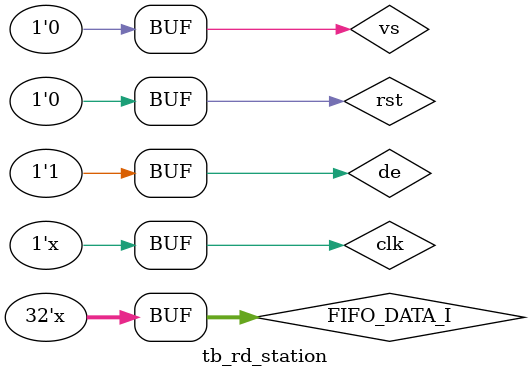
<source format=v>
`timescale 1ns / 1ps


module tb_rd_station(

    );

reg clk;
reg rst;
reg de;
 reg vs;
  
wire [31:0] FIFO_DATA_O;
reg  [31:0] FIFO_DATA_I;
  
rd_station  
    #(.DLY(1))
uut(
.CLK_I              (clk),
.RST_I              (rst),
.HS_I               (0),
.VS_I               (vs),
.DE_I               (de), // desided by TPG
.BYTE_NUM_I         (1), //1:1byte  ... 0:C_FIFO_IN_WIDTH/8 byte ; pull speed from fifo
.FIFO_DATA_VALID_O  (valid),   
.FIFO_DATA_O        (FIFO_DATA_O),
.RD_O               (rd),
.FIFO_DATA_I        (32'h44332211));
   
    
always #5 clk = ~clk;
  

always #2 FIFO_DATA_I = FIFO_DATA_I + 1;


initial begin
FIFO_DATA_I = 45335346;
    vs = 0;
    de = 0;
    clk = 0;
    rst = 1;
    #500;
    rst = 0;
    #2000;
    vs = 1;
    #500;
    vs = 0; 
    #2096;
    de = 1;

    
    
   

end    
    
    
endmodule

</source>
